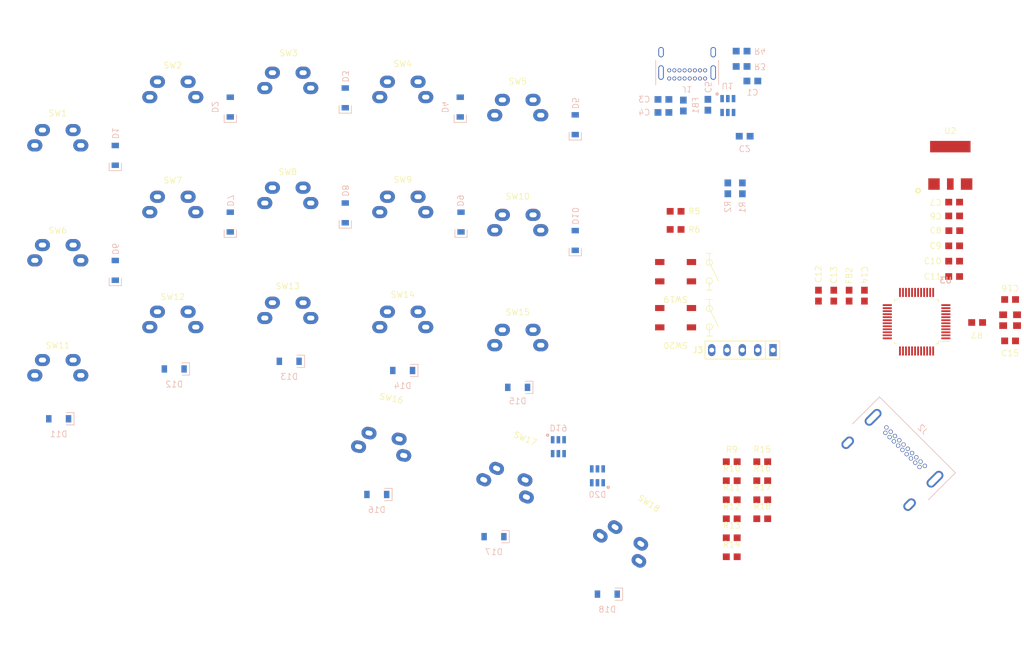
<source format=kicad_pcb>
(kicad_pcb (version 20221018) (generator pcbnew)
  (layers (0 "F.Cu" signal) (31 "B.Cu" signal) (34 "B.Paste" user) (35 "F.Paste" user) (36 "B.SilkS" user "B.Silkscreen") (37 "F.SilkS" user "F.Silkscreen") (38 "B.Mask" user) (39 "F.Mask" user) (44 "Edge.Cuts" user))
  (net 0 "")
  (net 1 "GND")
  (net 2 "VBUS")
  (net 3 "row0_right")
  (net 4 "row1_right")
  (net 5 "row2_right")
  (net 6 "row3_right")
  (net 8 "Net-(C16-Pad1)")
  (net 9 "col4_right")
  (net 10 "col3_right")
  (net 11 "col2_right")
  (net 12 "col1_right")
  (net 13 "col0_right")
  (net 14 "+3.3V")
  (net 15 "+5V")
  (net 16 "row3_left")
  (net 17 "Net-(D8-A)")
  (net 18 "row2_left")
  (net 19 "Net-(D7-A)")
  (net 20 "row1_left")
  (net 21 "Net-(D6-A)")
  (net 22 "row0_left")
  (net 23 "Net-(D5-A)")
  (net 24 "Net-(D4-A)")
  (net 25 "Net-(D3-A)")
  (net 26 "Net-(D2-A)")
  (net 27 "Net-(D1-A)")
  (net 28 "Net-(D9-A)")
  (net 29 "Net-(D10-A)")
  (net 30 "Net-(D11-A)")
  (net 31 "Net-(D12-A)")
  (net 32 "Net-(D14-A)")
  (net 33 "Net-(D15-A)")
  (net 34 "Net-(D16-A)")
  (net 35 "Net-(D17-A)")
  (net 36 "Net-(D18-A)")
  (net 37 "/OSC_IN")
  (net 38 "col1_left")
  (net 39 "/~{NRST}")
  (net 40 "/BOOT0")
  (net 41 "col0_left")
  (net 42 "col4_left")
  (net 43 "col3_left")
  (net 44 "col2_left")
  (net 45 "/SWCLK")
  (net 46 "/SWDIO")
  (net 50 "/OSC_OUT")
  (net 51 "+3.3VA")
  (net 59 "/USB_D-")
  (net 60 "/USB_D+")
  (net 64 "Net-(C1-Pad1)")
  (net 65 "Net-(C2-Pad1)")
  (net 66 "Net-(C10-Pad2)")
  (net 67 "Net-(D13-A)")
  (net 68 "Net-(J1-CC1)")
  (net 69 "Net-(J1-D+-PadA6)")
  (net 70 "Net-(J1-D--PadA7)")
  (net 72 "Net-(J1-CC2)")
  (net 79 "Net-(D19-IO1)")
  (net 80 "Net-(D19-IO2)")
  (net 81 "Net-(D19-IO3)")
  (net 82 "Net-(D19-IO4)")
  (net 83 "Net-(D19-IO5)")
  (net 84 "Net-(R9-Pad2)")
  (net 85 "Net-(R10-Pad2)")
  (net 86 "Net-(R11-Pad2)")
  (net 87 "Net-(R12-Pad2)")
  (net 88 "Net-(R13-Pad2)")
  (footprint "kbd:gateron_pro_5_reversible" (layer "F.Cu") (at 173.99 127.934315 -33)
    (fp_text reference "SW18")
    (fp_text value "SW_Push")
  )
  (footprint "kbd:osc_ecx-32" (layer "F.Cu") (at 240.064 88.011)
    (fp_text reference "Y1" hide)
    (fp_text value "8MHz")
  )
  (footprint "kbd:0603" (layer "F.Cu") (at 193.948 124.054)
    (fp_text reference "R13")
    (fp_text value "4k7")
  )
  (footprint "kbd:0603" (layer "F.Cu") (at 184.648332 69.977)
    (fp_text reference "R5")
    (fp_text value "10k")
  )
  (footprint "kbd:gateron_pro_5_reversible" (layer "F.Cu") (at 135.382 112.186315 -11)
    (fp_text reference "SW16")
    (fp_text value "SW_Push")
  )
  (footprint "kbd:gateron_pro_5_reversible" (layer "F.Cu") (at 120.396 71.144)
    (fp_text reference "SW8")
    (fp_text value "SW_Push")
  )
  (footprint "kbd:gateron_pro_5_reversible" (layer "F.Cu") (at 158.496 56.594)
    (fp_text reference "SW5")
    (fp_text value "SW_Push")
  )
  (footprint "kbd:0603" (layer "F.Cu") (at 230.82025 73.179)
    (fp_text reference "C8")
    (fp_text value "100n")
  )
  (footprint "kbd:0603" (layer "F.Cu") (at 240.064 84.582 180)
    (fp_text reference "C16")
    (fp_text value "16p")
  )
  (footprint "kbd:gateron_pro_5_reversible" (layer "F.Cu") (at 101.346 72.644)
    (fp_text reference "SW7")
    (fp_text value "SW_Push")
  )
  (footprint "kbd:0603" (layer "F.Cu") (at 230.793 68.453 180)
    (fp_text reference "C7")
    (fp_text value "1u")
  )
  (footprint "kbd:gateron_pro_5_reversible" (layer "F.Cu") (at 82.296 99.694)
    (fp_text reference "SW11")
    (fp_text value "SW_Push")
  )
  (footprint "kbd:gateron_pro_5_reversible" (layer "F.Cu") (at 139.446 53.594)
    (fp_text reference "SW4")
    (fp_text value "SW_Push")
  )
  (footprint "kbd:0603" (layer "F.Cu") (at 198.998 120.904)
    (fp_text reference "R18")
    (fp_text value "4k7")
  )
  (footprint "kbd:0603" (layer "F.Cu") (at 198.998 117.754)
    (fp_text reference "R17")
    (fp_text value "4k7")
  )
  (footprint "kbd:0603" (layer "F.Cu") (at 193.948 127.204)
    (fp_text reference "R14")
    (fp_text value "4k7")
  )
  (footprint "kbd:0603" (layer "F.Cu") (at 240.064 91.44)
    (fp_text reference "C15")
    (fp_text value "16p")
  )
  (footprint "kbd:gateron_pro_5_reversible" (layer "F.Cu") (at 139.446 91.694)
    (fp_text reference "SW14")
    (fp_text value "SW_Push")
  )
  (footprint "kbd:0603" (layer "F.Cu") (at 210.854 83.947 90)
    (fp_text reference "C13")
    (fp_text value "1u")
  )
  (footprint "kbd:0603" (layer "F.Cu") (at 215.934 83.947 -90)
    (fp_text reference "C14")
    (fp_text value "1u")
  )
  (footprint "kbd:gateron_pro_5_reversible" (layer "F.Cu") (at 82.296 80.644)
    (fp_text reference "SW6")
    (fp_text value "SW_Push")
  )
  (footprint "kbd:SIP-5" (layer "F.Cu") (at 195.707 92.964 180)
    (fp_text reference "J3")
    (fp_text value "Conn_01x05_Pin")
  )
  (footprint "kbd:sw_pts647" (layer "F.Cu") (at 184.648332 87.597 180)
    (fp_text reference "SW20")
    (fp_text value "SW_Push")
  )
  (footprint "kbd:0603" (layer "F.Cu") (at 230.793 75.692)
    (fp_text reference "C9")
    (fp_text value "100n")
  )
  (footprint "kbd:0603" (layer "F.Cu") (at 193.948 117.754)
    (fp_text reference "R11")
    (fp_text value "4k7")
  )
  (footprint "kbd:gateron_pro_5_reversible" (layer "F.Cu") (at 101.346 53.594)
    (fp_text reference "SW2")
    (fp_text value "SW_Push")
  )
  (footprint "kbd:gateron_pro_5_reversible" (layer "F.Cu") (at 158.496 75.644)
    (fp_text reference "SW10")
    (fp_text value "SW_Push")
  )
  (footprint "kbd:gateron_pro_5_reversible" (layer "F.Cu") (at 101.346 91.694)
    (fp_text reference "SW12")
    (fp_text value "SW_Push")
  )
  (footprint "kbd:0603" (layer "F.Cu") (at 213.394 83.947 90)
    (fp_text reference "FB2")
    (fp_text value "120R")
  )
  (footprint "kbd:gateron_pro_5_reversible" (layer "F.Cu") (at 120.396 52.094)
    (fp_text reference "SW3")
    (fp_text value "SW_Push")
  )
  (footprint "kbd:QFP-48_7x7_Pitch0.5mm" (layer "F.Cu") (at 224.57 88.265 180)
    (fp_text reference "U3")
    (fp_text value "STM32F072CBTx")
  )
  (footprint "kbd:sot223_tl1117" (layer "F.Cu") (at 230.158 62.357)
    (fp_text reference "U2")
    (fp_text value "TLV1117-33")
  )
  (footprint "kbd:0603" (layer "F.Cu") (at 230.793 78.232)
    (fp_text reference "C10")
    (fp_text value "100n")
  )
  (footprint "kbd:0603" (layer "F.Cu") (at 230.793 70.739 180)
    (fp_text reference "C6")
    (fp_text value "1u")
  )
  (footprint "kbd:0603" (layer "F.Cu") (at 234.603 88.392 180)
    (fp_text reference "R7")
    (fp_text value "0R")
  )
  (footprint "kbd:gateron_pro_5_reversible" (layer "F.Cu") (at 139.446 72.644)
    (fp_text reference "SW9")
    (fp_text value "SW_Push")
  )
  (footprint "kbd:gateron_pro_5_reversible" (layer "F.Cu") (at 158.496 94.694)
    (fp_text reference "SW15")
    (fp_text value "SW_Push")
  )
  (footprint "kbd:0603" (layer "F.Cu") (at 208.314 83.947 90)
    (fp_text reference "C12")
    (fp_text value "100n")
  )
  (footprint "kbd:0603" (layer "F.Cu") (at 184.648332 72.977)
    (fp_text reference "R6")
    (fp_text value "10k")
  )
  (footprint "kbd:gateron_pro_5_reversible" (layer "F.Cu") (at 155.446 118.228315 -22)
    (fp_text reference "SW17")
    (fp_text value "SW_Push")
  )
  (footprint "kbd:gateron_pro_5_reversible" (layer "F.Cu") (at 120.396 90.194)
    (fp_text reference "SW13")
    (fp_text value "SW_Push")
  )
  (footprint "kbd:0603" (layer "F.Cu") (at 193.948 111.454)
    (fp_text reference "R9")
    (fp_text value "4k7")
  )
  (footprint "kbd:0603" (layer "F.Cu") (at 193.948 120.904)
    (fp_text reference "R12")
    (fp_text value "4k7")
  )
  (footprint "kbd:0603" (layer "F.Cu") (at 193.948 114.604)
    (fp_text reference "R10")
    (fp_text value "4k7")
  )
  (footprint "kbd:0603" (layer "F.Cu") (at 198.998 114.604)
    (fp_text reference "R16")
    (fp_text value "4k7")
  )
  (footprint "kbd:0603" (layer "F.Cu") (at 198.998 111.454)
    (fp_text reference "R15")
    (fp_text value "4k7")
  )
  (footprint "kbd:0603" (layer "F.Cu") (at 230.793 80.772)
    (fp_text reference "C11")
    (fp_text value "4.7u")
  )
  (footprint "kbd:gateron_pro_5_reversible" (layer "F.Cu") (at 82.296 61.594)
    (fp_text reference "SW1")
    (fp_text value "SW_Push")
  )
  (footprint "kbd:sw_pts647" (layer "F.Cu") (at 184.648332 79.977 180)
    (fp_text reference "SW19")
    (fp_text value "SW_Push")
  )
  (footprint "kbd:sod123_mmszxxxt1g" (layer "B.Cu") (at 101.584 96.091 180)
    (fp_text reference "D12")
    (fp_text value "1N4148")
  )
  (footprint "kbd:sod123_mmszxxxt1g" (layer "B.Cu") (at 82.439 104.346 180)
    (fp_text reference "D11")
    (fp_text value "1N4148")
  )
  (footprint "kbd:0603" (layer "B.Cu") (at 197.363 48.387 180)
    (fp_text reference "C1")
    (fp_text value "10p")
  )
  (footprint "kbd:0603" (layer "B.Cu") (at 182.631 53.594 180)
    (fp_text reference "C4")
    (fp_text value "100n")
  )
  (footprint "kbd:sot23-6L_usblc6-2" (layer "B.Cu") (at 193.299 52.451)
    (fp_text reference "U1")
    (fp_text value "USBLC6-2SC6")
  )
  (footprint "kbd:0603" (layer "B.Cu") (at 182.631 51.435 180)
    (fp_text reference "C3")
    (fp_text value "10n")
  )
  (footprint "kbd:sod123_mmszxxxt1g" (layer "B.Cu") (at 110.871 71.755 90)
    (fp_text reference "D7")
    (fp_text value "1N4148")
  )
  (footprint "kbd:0603" (layer "B.Cu") (at 189.997 52.324 90)
    (fp_text reference "C5")
    (fp_text value "4.7u")
  )
  (footprint "kbd:sod123_mmszxxxt1g" (layer "B.Cu") (at 91.821 60.706 90)
    (fp_text reference "D1")
    (fp_text value "1N4148")
  )
  (footprint "kbd:0603" (layer "B.Cu") (at 196.093 57.531)
    (fp_text reference "C2")
    (fp_text value "10p")
  )
  (footprint "kbd:sod123_mmszxxxt1g" (layer "B.Cu") (at 110.871 52.705 90)
    (fp_text reference "D2")
    (fp_text value "1N4148")
  )
  (footprint "kbd:0603" (layer "B.Cu") (at 195.585 45.974)
    (fp_text reference "R3")
    (fp_text value "5k1")
  )
  (footprint "kbd:sod123_mmszxxxt1g" (layer "B.Cu") (at 168.021 55.626 90)
    (fp_text reference "D5")
    (fp_text value "1N4148")
  )
  (footprint "kbd:sod123_mmszxxxt1g" (layer "B.Cu") (at 148.971 52.705 90)
    (fp_text reference "D4")
    (fp_text value "1N4148")
  )
  (footprint "kbd:sod123_mmszxxxt1g" (layer "B.Cu") (at 129.921 70.231 90)
    (fp_text reference "D8")
    (fp_text value "1N4148")
  )
  (footprint "kbd:usb-c_usb4085" (layer "B.Cu") (at 186.563 43.942)
    (fp_text reference "J1")
    (fp_text value "USB_C_Receptacle_USB2.0")
  )
  (footprint "kbd:sod123_mmszxxxt1g" (layer "B.Cu") (at 129.921 51.181 90)
    (fp_text reference "D3")
    (fp_text value "1N4148")
  )
  (footprint "kbd:sod123_mmszxxxt1g" (layer "B.Cu") (at 91.821 79.756 90)
    (fp_text reference "D6")
    (fp_text value "1N4148")
  )
  (footprint "kbd:sot23-6L_usblc6-2" (layer "B.Cu") (at 165.227 108.966)
    (fp_text reference "D19")
    (fp_text value "ESDA6V1-5SC6")
  )
  (footprint "kbd:0603" (layer "B.Cu") (at 185.933 52.451 -90)
    (fp_text reference "FB1")
    (fp_text value "120R")
  )
  (footprint "kbd:sod123_mmszxxxt1g" (layer "B.Cu") (at 154.559 123.870315 180)
    (fp_text reference "D17")
    (fp_text value "1N4148")
  )
  (footprint "kbd:sod123_mmszxxxt1g" (layer "B.Cu") (at 135.144 116.885315 180)
    (fp_text reference "D16")
    (fp_text value "1N4148")
  )
  (footprint "kbd:sot23-6L_usblc6-2" (layer "B.Cu") (at 171.704 113.792 180)
    (fp_text reference "D20")
    (fp_text value "ESDA6V1-5SC6")
  )
  (footprint "kbd:sod123_mmszxxxt1g" (layer "B.Cu") (at 158.48 99.139 180)
    (fp_text reference "D15")
    (fp_text value "1N4148")
  )
  (footprint "kbd:0603" (layer "B.Cu") (at 195.712 66.167 -90)
    (fp_text reference "R1")
    (fp_text value "10R")
  )
  (footprint "kbd:sod123_mmszxxxt1g" (layer "B.Cu") (at 149.098 71.755 90)
    (fp_text reference "D9")
    (fp_text value "1N4148")
  )
  (footprint "kbd:sod123_mmszxxxt1g" (layer "B.Cu") (at 173.339 133.395315 180)
    (fp_text reference "D18")
    (fp_text value "1N4148")
  )
  (footprint "kbd:sod123_mmszxxxt1g" (layer "B.Cu") (at 168.021 74.803 90)
    (fp_text reference "D10")
    (fp_text value "1N4148")
  )
  (footprint "kbd:hdmi_cnc_tech_2000-1-1-20-00-bk" (layer "B.Cu") (at 219.329 112.395 135)
    (fp_text reference "J2")
    (fp_text value "HDMI_A")
  )
  (footprint "kbd:sod123_mmszxxxt1g" (layer "B.Cu") (at 139.43 96.345 180)
    (fp_text reference "D14")
    (fp_text value "1N4148")
  )
  (footprint "kbd:0603" (layer "B.Cu") (at 193.299 66.167 -90)
    (fp_text reference "R2")
    (fp_text value "10R")
  )
  (footprint "kbd:0603" (layer "B.Cu") (at 195.585 43.434)
    (fp_text reference "R4")
    (fp_text value "5k1")
  )
  (footprint "kbd:sod123_mmszxxxt1g" (layer "B.Cu") (at 120.634 94.821 180)
    (fp_text reference "D13")
    (fp_text value "1N4148")
  )
)
</source>
